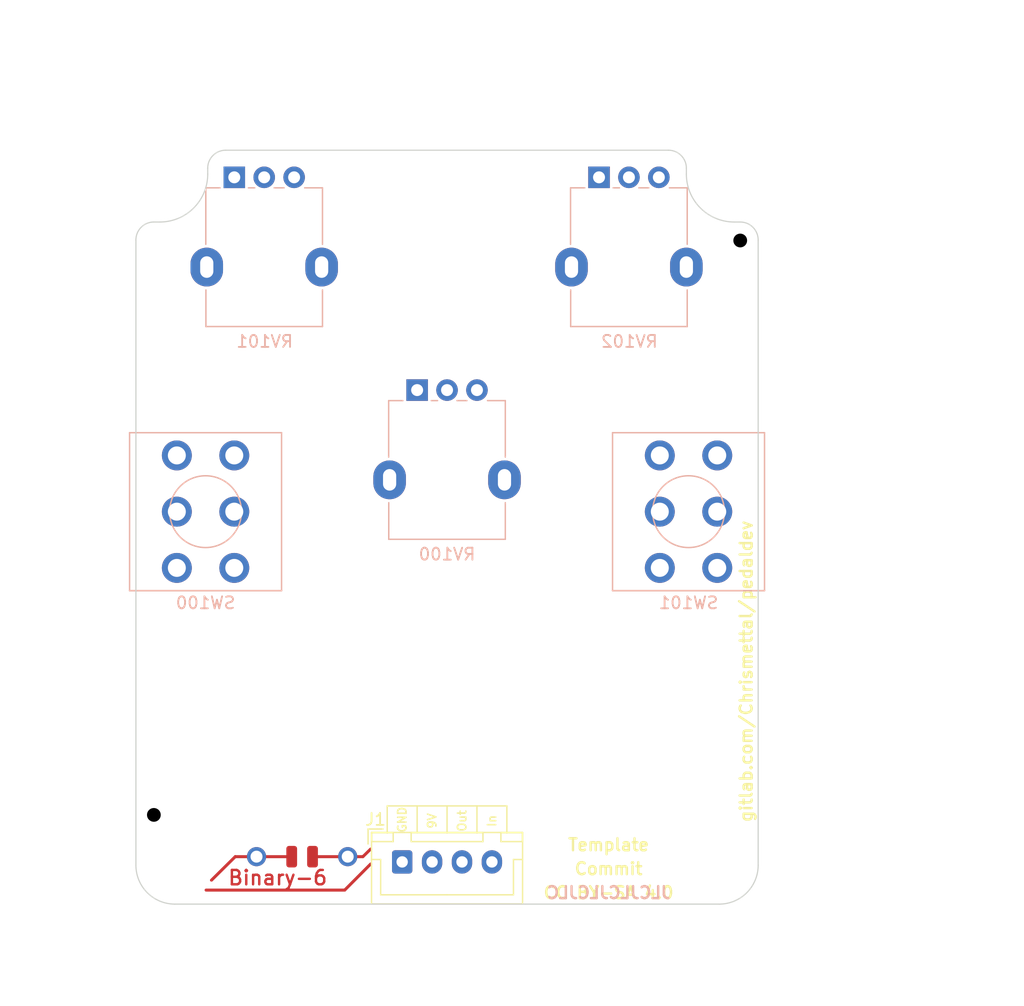
<source format=kicad_pcb>
(kicad_pcb (version 20211014) (generator pcbnew)
  (layers (0 "F.Cu" signal) (31 "B.Cu" signal) (34 "B.Paste" user) (35 "F.Paste" user) (36 "B.SilkS" user "B.Silkscreen") (37 "F.SilkS" user "F.Silkscreen") (38 "B.Mask" user) (39 "F.Mask" user) (44 "Edge.Cuts" user))
  (property "Commit" "Commit")
  (property "Link" "gitlab.com/Chrismettal/pedaldev")
  (property "Name" "Template")
  (net 0 "")
  (net 1 "+9V")
  (net 2 "GND")
  (net 3 "Upper_PCB_Input")
  (net 4 "Upper_PCB_Output")
  (footprint "MeineBib:EigenesMountingHole_3.2mm_M3_Small" (layer "F.Cu") (at 126.75 127.25)
    (fp_text reference "MK2" hide)
    (fp_text value "Mounting_Hole_M3")
    (pad "" np_thru_hole circle (at 0 0) (size 3.2 3.2) (drill 3.2) (layers F&B.Cu *.Mask) (clearance 1.8))
  )
  (footprint "MeineBib:JLC_Toolinghole" (layer "F.Cu") (at 125 123.045)
    (fp_text reference "REF**" hide)
    (fp_text value "JLC_Toolinghole")
    (pad "" np_thru_hole circle (at 0 0) (size 1.3 1.3) (drill 1.152) (layers *.Mask))
  )
  (footprint "MeineBib:JLC_Toolinghole" (layer "F.Cu") (at 174 75.045)
    (fp_text reference "REF**" hide)
    (fp_text value "JLC_Toolinghole")
    (pad "" np_thru_hole circle (at 0 0) (size 1.3 1.3) (drill 1.152) (layers *.Mask))
  )
  (footprint "Connector_JST:JST_XH_B4B-XH-A_1x04_P2.50mm_Vertical" (layer "F.Cu") (at 145.75 126.975)
    (fp_text reference "J1" (at -2.225 -3.55) (layer "F.SilkS"))
    (fp_text value "Conn_01x04")
    (fp_line (start 0.75 -2.45) (end 0.75 -1.7) (layer "F.SilkS") (width 0.12))
    (fp_line (start -0.75 -1.7) (end -0.75 -2.45) (layer "F.SilkS") (width 0.12))
    (fp_line (start 10.06 3.51) (end 10.06 -2.46) (layer "F.SilkS") (width 0.12))
    (fp_line (start 8.25 -1.7) (end 10.05 -1.7) (layer "F.SilkS") (width 0.12))
    (fp_line (start 10.06 -2.46) (end -2.56 -2.46) (layer "F.SilkS") (width 0.12))
    (fp_line (start -2.55 -2.45) (end -2.55 -1.7) (layer "F.SilkS") (width 0.12))
    (fp_line (start -2.55 -1.7) (end -0.75 -1.7) (layer "F.SilkS") (width 0.12))
    (fp_line (start 10.05 -2.45) (end 8.25 -2.45) (layer "F.SilkS") (width 0.12))
    (fp_line (start -2.85 -2.75) (end -2.85 -1.5) (layer "F.SilkS") (width 0.12))
    (fp_line (start 9.3 -0.2) (end 9.3 2.75) (layer "F.SilkS") (width 0.12))
    (fp_line (start -2.56 -2.46) (end -2.56 3.51) (layer "F.SilkS") (width 0.12))
    (fp_line (start 6.75 -2.45) (end 0.75 -2.45) (layer "F.SilkS") (width 0.12))
    (fp_line (start 9.3 2.75) (end 3.75 2.75) (layer "F.SilkS") (width 0.12))
    (fp_line (start -2.56 3.51) (end 10.06 3.51) (layer "F.SilkS") (width 0.12))
    (fp_line (start -0.75 -2.45) (end -2.55 -2.45) (layer "F.SilkS") (width 0.12))
    (fp_line (start 8.25 -2.45) (end 8.25 -1.7) (layer "F.SilkS") (width 0.12))
    (fp_line (start 0.75 -1.7) (end 6.75 -1.7) (layer "F.SilkS") (width 0.12))
    (fp_line (start -1.8 2.75) (end 3.75 2.75) (layer "F.SilkS") (width 0.12))
    (fp_line (start 10.05 -0.2) (end 9.3 -0.2) (layer "F.SilkS") (width 0.12))
    (fp_line (start 10.05 -1.7) (end 10.05 -2.45) (layer "F.SilkS") (width 0.12))
    (fp_line (start -2.55 -0.2) (end -1.8 -0.2) (layer "F.SilkS") (width 0.12))
    (fp_line (start -1.8 -0.2) (end -1.8 2.75) (layer "F.SilkS") (width 0.12))
    (fp_line (start 6.75 -1.7) (end 6.75 -2.45) (layer "F.SilkS") (width 0.12))
    (fp_line (start -1.6 -2.75) (end -2.85 -2.75) (layer "F.SilkS") (width 0.12))
    (pad "1" thru_hole roundrect (at 0 0) (size 1.7 1.95) (drill 0.95) (layers *.Cu *.Mask) (roundrect_rratio 0.147059) (net 2 "GND"))
    (pad "2" thru_hole oval (at 2.5 0) (size 1.7 1.95) (drill 0.95) (layers *.Cu *.Mask) (net 1 "+9V"))
    (pad "3" thru_hole oval (at 5 0) (size 1.7 1.95) (drill 0.95) (layers *.Cu *.Mask) (net 4 "Upper_PCB_Output"))
    (pad "4" thru_hole oval (at 7.5 0) (size 1.7 1.95) (drill 0.95) (layers *.Cu *.Mask) (net 3 "Upper_PCB_Input"))
  )
  (footprint "MeineBib:EigenesMountingHole_3.2mm_M3_Small" (layer "F.Cu") (at 172.25 127.25)
    (fp_text reference "MK2" hide)
    (fp_text value "Mounting_Hole_M3")
    (pad "" np_thru_hole circle (at 0 0) (size 3.2 3.2) (drill 3.2) (layers F&B.Cu *.Mask) (clearance 1.8))
  )
  (footprint "MeineBib:Binary_6_v0.1_tiny_silk" (layer "F.Cu") (at 137.4144 127.5007)
    (fp_text reference "H7" hide)
    (fp_text value "Symbol_Binary6" hide)
    (fp_text user "Binary-6" (at -2.0654 0.8) (layer "F.Cu") (effects (font (size 1.2 1.2) (thickness 0.2))))
    (fp_line (start 3.7846 -0.9652) (end 5.0546 -0.9652) (layer "F.Cu") (width 0.25))
    (fp_line (start -3.8354 -0.9652) (end -1.2954 -0.9652) (layer "F.Cu") (width 0.25))
    (fp_line (start 3.5306 1.8288) (end -8.05 1.8288) (layer "F.Cu") (width 0.25))
    (fp_line (start 5.0546 -0.9652) (end 5.7 -1.6) (layer "F.Cu") (width 0.25))
    (fp_line (start -3.8354 -0.9652) (end -5.6134 -0.9652) (layer "F.Cu") (width 0.25))
    (fp_line (start 1.2446 -0.9652) (end 3.7846 -0.9652) (layer "F.Cu") (width 0.25))
    (fp_line (start 5.7 -0.35) (end 3.5306 1.8288) (layer "F.Cu") (width 0.25))
    (fp_line (start -5.6134 -0.9652) (end -7.6 1) (layer "F.Cu") (width 0.25))
    (pad "" smd roundrect (at 0.8446 -0.9652) (size 0.9 1.8) (layers "F.Cu" "F.Mask"))
    (pad "" smd roundrect (at -0.8954 -0.9652) (size 0.9 1.8) (layers "F.Cu" "F.Mask"))
    (pad "" thru_hole circle (at -3.8354 -0.9652) (size 1.6 1.6) (drill 1) (layers *.Cu *.Mask))
    (pad "" thru_hole oval (at 3.7846 -0.9652) (size 1.6 1.6) (drill 1) (layers *.Cu *.Mask))
  )
  (footprint "MeineBib:EigenesMountingHole_3.2mm_M3_Small" (layer "F.Cu") (at 149.5 70.75)
    (fp_text reference "MK2" hide)
    (fp_text value "Mounting_Hole_M3")
    (pad "" np_thru_hole circle (at 0 0) (size 3.2 3.2) (drill 3.2) (layers F&B.Cu *.Mask) (clearance 1.8))
  )
  (footprint "Potentiometer_THT:Potentiometer_Alpha_RD901F-40-00D_Single_Vertical" (layer "B.Cu") (at 147 87.545 -90)
    (fp_text reference "RV100" (at 13.716 -2.5 180) (layer "B.SilkS") (effects (justify mirror)))
    (fp_text value "100K Lin")
    (fp_line (start 9.41 -7.37) (end 12.47 -7.37) (layer "B.SilkS") (width 0.12))
    (fp_line (start 0.88 -7.37) (end 0.88 -5.88) (layer "B.SilkS") (width 0.12))
    (fp_line (start 0.88 2.38) (end 5.6 2.38) (layer "B.SilkS") (width 0.12))
    (fp_line (start 9.41 2.37) (end 12.47 2.37) (layer "B.SilkS") (width 0.12))
    (fp_line (start 0.88 1.19) (end 0.88 2.37) (layer "B.SilkS") (width 0.12))
    (fp_line (start 0.88 -1.71) (end 0.88 -1.18) (layer "B.SilkS") (width 0.12))
    (fp_line (start 0.88 -4.16) (end 0.88 -3.33) (layer "B.SilkS") (width 0.12))
    (fp_line (start 0.88 -7.37) (end 5.6 -7.37) (layer "B.SilkS") (width 0.12))
    (fp_line (start 12.47 -7.37) (end 12.47 2.37) (layer "B.SilkS") (width 0.12))
    (pad "" thru_hole oval (at 7.5 2.3 180) (size 2.72 3.24) (drill oval 1.1 1.8) (layers *.Cu *.Mask))
    (pad "" thru_hole oval (at 7.5 -7.3 180) (size 2.72 3.24) (drill oval 1.1 1.8) (layers *.Cu *.Mask))
    (pad "1" thru_hole rect (at 0 0 180) (size 1.8 1.8) (drill 1) (layers *.Cu *.Mask))
    (pad "2" thru_hole circle (at 0 -2.5 180) (size 1.8 1.8) (drill 1) (layers *.Cu *.Mask))
    (pad "3" thru_hole circle (at 0 -5 180) (size 1.8 1.8) (drill 1) (layers *.Cu *.Mask))
  )
  (footprint "MeineBib:Switch_toggle_DPDT_Print" (layer "B.Cu") (at 129.32 97.705 180)
    (fp_text reference "SW100" (at 0 -7.62 unlocked) (layer "B.SilkS") (effects (justify mirror)))
    (fp_text value "SW_DPDT_x2")
    (fp_line (start 6.35 -6.6) (end -6.35 -6.6) (layer "B.SilkS") (width 0.12))
    (fp_line (start -6.35 6.6) (end 6.35 6.6) (layer "B.SilkS") (width 0.12))
    (fp_line (start 6.35 6.6) (end 6.35 -6.6) (layer "B.SilkS") (width 0.12))
    (fp_line (start -6.35 -6.6) (end -6.35 6.6) (layer "B.SilkS") (width 0.12))
    (fp_line (start 6.35 -6.6) (end -6.35 -6.6) (layer "B.SilkS") (width 0.12))
    (fp_circle (center 0 0) (end 3 0) (layer "B.SilkS") (width 0.12) (fill none))
    (pad "1" thru_hole circle (at -2.4 4.7 180) (size 2.5 2.5) (drill 1.5) (layers *.Cu *.Mask))
    (pad "2" thru_hole circle (at -2.4 0 180) (size 2.5 2.5) (drill 1.5) (layers *.Cu *.Mask))
    (pad "3" thru_hole circle (at -2.4 -4.7 180) (size 2.5 2.5) (drill 1.5) (layers *.Cu *.Mask))
    (pad "4" thru_hole circle (at 2.4 4.7 180) (size 2.5 2.5) (drill 1.5) (layers *.Cu *.Mask))
    (pad "5" thru_hole circle (at 2.4 0 180) (size 2.5 2.5) (drill 1.5) (layers *.Cu *.Mask))
    (pad "6" thru_hole circle (at 2.4 -4.7 180) (size 2.5 2.5) (drill 1.5) (layers *.Cu *.Mask))
  )
  (footprint "MeineBib:Switch_toggle_DPDT_Print" (layer "B.Cu") (at 169.68 97.705 180)
    (fp_text reference "SW101" (at 0 -7.62 unlocked) (layer "B.SilkS") (effects (justify mirror)))
    (fp_text value "SW_DPDT_x2")
    (fp_line (start -6.35 -6.6) (end -6.35 6.6) (layer "B.SilkS") (width 0.12))
    (fp_line (start -6.35 6.6) (end 6.35 6.6) (layer "B.SilkS") (width 0.12))
    (fp_line (start 6.35 6.6) (end 6.35 -6.6) (layer "B.SilkS") (width 0.12))
    (fp_line (start 6.35 -6.6) (end -6.35 -6.6) (layer "B.SilkS") (width 0.12))
    (fp_line (start 6.35 -6.6) (end -6.35 -6.6) (layer "B.SilkS") (width 0.12))
    (fp_circle (center 0 0) (end 3 0) (layer "B.SilkS") (width 0.12) (fill none))
    (pad "1" thru_hole circle (at -2.4 4.7 180) (size 2.5 2.5) (drill 1.5) (layers *.Cu *.Mask))
    (pad "2" thru_hole circle (at -2.4 0 180) (size 2.5 2.5) (drill 1.5) (layers *.Cu *.Mask))
    (pad "3" thru_hole circle (at -2.4 -4.7 180) (size 2.5 2.5) (drill 1.5) (layers *.Cu *.Mask))
    (pad "4" thru_hole circle (at 2.4 4.7 180) (size 2.5 2.5) (drill 1.5) (layers *.Cu *.Mask))
    (pad "5" thru_hole circle (at 2.4 0 180) (size 2.5 2.5) (drill 1.5) (layers *.Cu *.Mask))
    (pad "6" thru_hole circle (at 2.4 -4.7 180) (size 2.5 2.5) (drill 1.5) (layers *.Cu *.Mask))
  )
  (footprint "Potentiometer_THT:Potentiometer_Alpha_RD901F-40-00D_Single_Vertical" (layer "B.Cu") (at 162.2 69.765 -90)
    (fp_text reference "RV102" (at 13.716 -2.54 180) (layer "B.SilkS") (effects (justify mirror)))
    (fp_text value "100K Lin")
    (fp_line (start 0.88 2.38) (end 5.6 2.38) (layer "B.SilkS") (width 0.12))
    (fp_line (start 0.88 1.19) (end 0.88 2.37) (layer "B.SilkS") (width 0.12))
    (fp_line (start 0.88 -4.16) (end 0.88 -3.33) (layer "B.SilkS") (width 0.12))
    (fp_line (start 9.41 2.37) (end 12.47 2.37) (layer "B.SilkS") (width 0.12))
    (fp_line (start 0.88 -7.37) (end 0.88 -5.88) (layer "B.SilkS") (width 0.12))
    (fp_line (start 12.47 -7.37) (end 12.47 2.37) (layer "B.SilkS") (width 0.12))
    (fp_line (start 9.41 -7.37) (end 12.47 -7.37) (layer "B.SilkS") (width 0.12))
    (fp_line (start 0.88 -7.37) (end 5.6 -7.37) (layer "B.SilkS") (width 0.12))
    (fp_line (start 0.88 -1.71) (end 0.88 -1.18) (layer "B.SilkS") (width 0.12))
    (pad "" thru_hole oval (at 7.5 2.3 180) (size 2.72 3.24) (drill oval 1.1 1.8) (layers *.Cu *.Mask))
    (pad "" thru_hole oval (at 7.5 -7.3 180) (size 2.72 3.24) (drill oval 1.1 1.8) (layers *.Cu *.Mask))
    (pad "1" thru_hole rect (at 0 0 180) (size 1.8 1.8) (drill 1) (layers *.Cu *.Mask))
    (pad "2" thru_hole circle (at 0 -2.5 180) (size 1.8 1.8) (drill 1) (layers *.Cu *.Mask))
    (pad "3" thru_hole circle (at 0 -5 180) (size 1.8 1.8) (drill 1) (layers *.Cu *.Mask))
  )
  (footprint "Potentiometer_THT:Potentiometer_Alpha_RD901F-40-00D_Single_Vertical" (layer "B.Cu") (at 131.72 69.765 -90)
    (fp_text reference "RV101" (at 13.716 -2.54 180) (layer "B.SilkS") (effects (justify mirror)))
    (fp_text value "100K Lin")
    (fp_line (start 0.88 -7.37) (end 0.88 -5.88) (layer "B.SilkS") (width 0.12))
    (fp_line (start 12.47 -7.37) (end 12.47 2.37) (layer "B.SilkS") (width 0.12))
    (fp_line (start 0.88 2.38) (end 5.6 2.38) (layer "B.SilkS") (width 0.12))
    (fp_line (start 9.41 2.37) (end 12.47 2.37) (layer "B.SilkS") (width 0.12))
    (fp_line (start 0.88 -4.16) (end 0.88 -3.33) (layer "B.SilkS") (width 0.12))
    (fp_line (start 0.88 1.19) (end 0.88 2.37) (layer "B.SilkS") (width 0.12))
    (fp_line (start 0.88 -1.71) (end 0.88 -1.18) (layer "B.SilkS") (width 0.12))
    (fp_line (start 0.88 -7.37) (end 5.6 -7.37) (layer "B.SilkS") (width 0.12))
    (fp_line (start 9.41 -7.37) (end 12.47 -7.37) (layer "B.SilkS") (width 0.12))
    (pad "" thru_hole oval (at 7.5 -7.3 180) (size 2.72 3.24) (drill oval 1.1 1.8) (layers *.Cu *.Mask))
    (pad "" thru_hole oval (at 7.5 2.3 180) (size 2.72 3.24) (drill oval 1.1 1.8) (layers *.Cu *.Mask))
    (pad "1" thru_hole rect (at 0 0 180) (size 1.8 1.8) (drill 1) (layers *.Cu *.Mask))
    (pad "2" thru_hole circle (at 0 -2.5 180) (size 1.8 1.8) (drill 1) (layers *.Cu *.Mask))
    (pad "3" thru_hole circle (at 0 -5 180) (size 1.8 1.8) (drill 1) (layers *.Cu *.Mask))
  )
  (gr_line (start 152 122.295) (end 152 124.561) (layer "F.SilkS") (width 0.12))
  (gr_line (start 144.5 122.295) (end 144.5 124.561) (layer "F.SilkS") (width 0.12))
  (gr_line (start 149.5 122.295) (end 149.5 124.561) (layer "F.SilkS") (width 0.12))
  (gr_line (start 144.5 122.295) (end 154.5 122.295) (layer "F.SilkS") (width 0.12))
  (gr_line (start 147 122.295) (end 147 124.545) (layer "F.SilkS") (width 0.12))
  (gr_line (start 154.5 122.295) (end 154.5 124.561) (layer "F.SilkS") (width 0.12))
  (gr_line (start 125 73.5) (end 125.5 73.5) (layer "Edge.Cuts") (width 0.1))
  (gr_arc (start 129.5 69.5) (mid 128.328427 72.328427) (end 125.5 73.5) (layer "Edge.Cuts") (width 0.1))
  (gr_line (start 174 73.5) (end 173.5 73.5) (layer "Edge.Cuts") (width 0.1))
  (gr_line (start 175.5 75) (end 175.5 127.25) (layer "Edge.Cuts") (width 0.1))
  (gr_arc (start 126.75 130.5) (mid 124.451903 129.548097) (end 123.5 127.25) (layer "Edge.Cuts") (width 0.1))
  (gr_arc (start 173.5 73.5) (mid 170.671573 72.328427) (end 169.5 69.5) (layer "Edge.Cuts") (width 0.1))
  (gr_line (start 123.5 75) (end 123.5 127.25) (layer "Edge.Cuts") (width 0.1))
  (gr_arc (start 123.5 75) (mid 123.93934 73.93934) (end 125 73.5) (layer "Edge.Cuts") (width 0.1))
  (gr_line (start 126.75 130.5) (end 172.25 130.5) (layer "Edge.Cuts") (width 0.1))
  (gr_arc (start 175.5 127.25) (mid 174.548097 129.548097) (end 172.25 130.5) (layer "Edge.Cuts") (width 0.1))
  (gr_arc (start 129.5 69) (mid 129.93934 67.93934) (end 131 67.5) (layer "Edge.Cuts") (width 0.1))
  (gr_arc (start 168 67.5) (mid 169.06066 67.93934) (end 169.5 69) (layer "Edge.Cuts") (width 0.1))
  (gr_line (start 169.5 69) (end 169.5 69.5) (layer "Edge.Cuts") (width 0.1))
  (gr_line (start 131 67.5) (end 168 67.5) (layer "Edge.Cuts") (width 0.1))
  (gr_line (start 129.5 69) (end 129.5 69.5) (layer "Edge.Cuts") (width 0.1))
  (gr_arc (start 174 73.5) (mid 175.06066 73.93934) (end 175.5 75) (layer "Edge.Cuts") (width 0.1))
  (gr_text "JLCJLCJLCJLC" (at 163 129.545) (layer "B.SilkS") (effects (font (size 1 1) (thickness 0.2)) (justify mirror)))
  (gr_text "${Link}" (at 174.5 111.045 90) (layer "F.SilkS") (effects (font (size 1 1) (thickness 0.2))))
  (gr_text "${Commit}" (at 163 127.545) (layer "F.SilkS") (effects (font (size 1 1) (thickness 0.2))))
  (gr_text "${Name}" (at 163 125.545) (layer "F.SilkS") (effects (font (size 1 1) (thickness 0.2))))
  (gr_text "Out" (at 150.75 123.545 90) (layer "F.SilkS") (effects (font (size 0.7 0.7) (thickness 0.13))))
  (gr_text "In" (at 153.25 123.545 90) (layer "F.SilkS") (effects (font (size 0.7 0.7) (thickness 0.13))))
  (gr_text "CC BY-SA 4.0" (at 163 129.545) (layer "F.SilkS") (effects (font (size 1 1) (thickness 0.2))))
  (gr_text "9V" (at 148.25 123.545 90) (layer "F.SilkS") (effects (font (size 0.7 0.7) (thickness 0.13))))
  (gr_text "GND" (at 145.75 123.445 90) (layer "F.SilkS") (effects (font (size 0.7 0.7) (thickness 0.13))))
)
</source>
